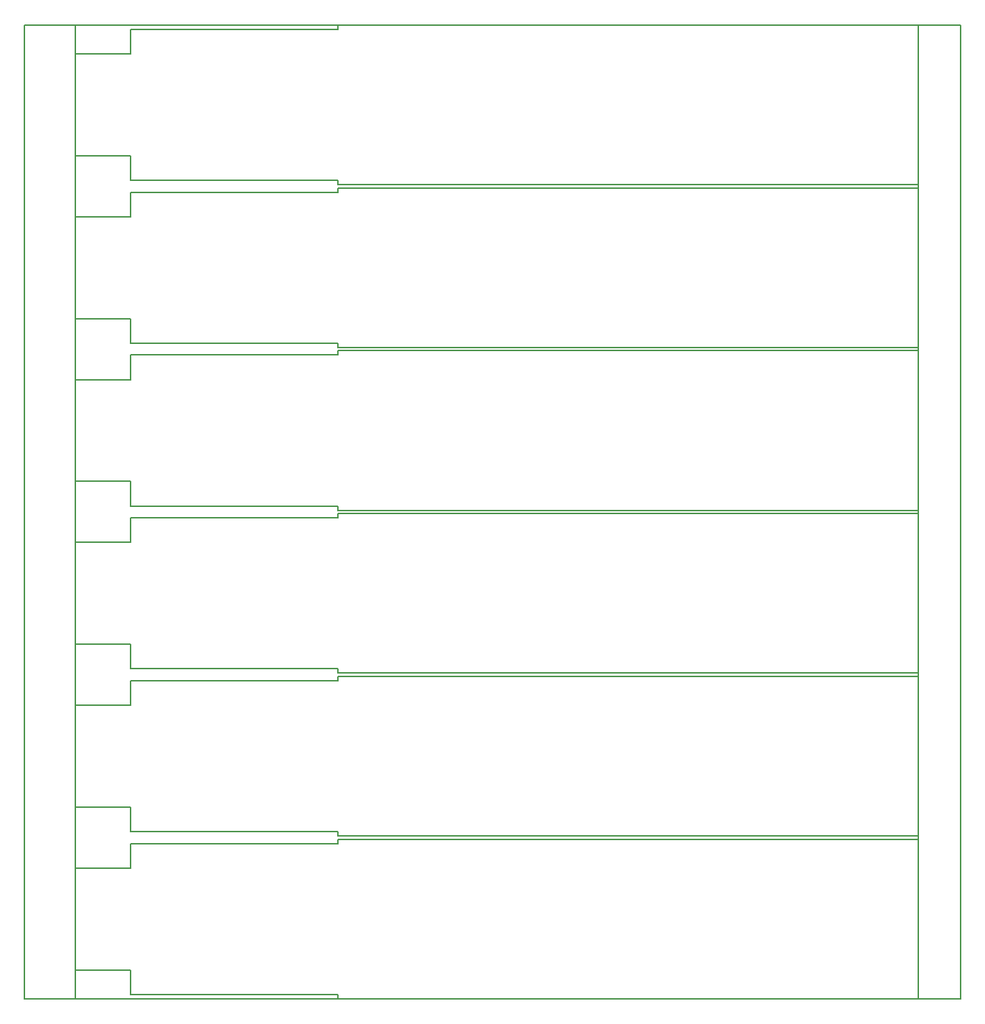
<source format=gko>
%FSLAX44Y44*%
%MOMM*%
G71*
G01*
G75*
G04 Layer_Color=16711935*
%ADD10R,3.0000X0.5000*%
%ADD11R,2.5000X2.0000*%
%ADD12R,3.5000X2.0000*%
%ADD13R,0.9000X1.0000*%
%ADD14R,1.7000X0.3500*%
%ADD15R,2.2000X0.6000*%
%ADD16R,0.3500X2.1500*%
%ADD17R,0.3500X2.1500*%
%ADD18R,1.0000X2.0000*%
%ADD19R,1.3000X0.6000*%
%ADD20C,1.5000*%
%ADD21R,1.0000X0.9000*%
%ADD22R,1.0000X1.5000*%
%ADD23R,1.5000X1.0000*%
%ADD24R,0.9000X1.5000*%
%ADD25R,2.6000X2.8000*%
%ADD26R,1.0000X0.8000*%
%ADD27R,0.6000X1.3000*%
%ADD28C,0.3000*%
%ADD29C,0.4000*%
%ADD30C,0.5000*%
%ADD31C,0.2500*%
%ADD32C,0.3500*%
%ADD33C,1.0000*%
%ADD34C,0.6000*%
%ADD35C,2.4000*%
%ADD36R,2.0000X2.0000*%
%ADD37C,0.9000*%
%ADD38O,1.1000X1.3000*%
%ADD39O,1.3000X1.1000*%
%ADD40O,2.2000X1.6000*%
%ADD41R,2.2000X2.0000*%
%ADD42C,0.8000*%
%ADD43C,0.7000*%
%ADD44R,0.4500X0.3000*%
%ADD45R,0.3000X0.4500*%
%ADD46R,2.0000X0.3500*%
%ADD47R,0.8000X0.8000*%
%ADD48R,1.2000X1.6000*%
%ADD49R,2.0000X1.2000*%
%ADD50R,0.6000X1.6000*%
%ADD51R,0.7000X2.0000*%
G04:AMPARAMS|DCode=52|XSize=2mm|YSize=3.4mm|CornerRadius=0mm|HoleSize=0mm|Usage=FLASHONLY|Rotation=0.000|XOffset=0mm|YOffset=0mm|HoleType=Round|Shape=Octagon|*
%AMOCTAGOND52*
4,1,8,-0.5000,1.7000,0.5000,1.7000,1.0000,1.2000,1.0000,-1.2000,0.5000,-1.7000,-0.5000,-1.7000,-1.0000,-1.2000,-1.0000,1.2000,-0.5000,1.7000,0.0*
%
%ADD52OCTAGOND52*%

%ADD53C,0.3400*%
%ADD54C,0.2000*%
%ADD55C,0.1000*%
%ADD56C,0.1500*%
%ADD57C,0.2540*%
%ADD58C,1.9000*%
%ADD59C,2.5000*%
%ADD60C,2.6032*%
%ADD61R,2.2032X2.2032*%
D54*
X1075000Y960000D02*
Y1148000D01*
X390000Y960000D02*
X1075000D01*
X390000D02*
Y965000D01*
X145000D02*
X390000D01*
X145000D02*
Y994000D01*
X80000D02*
X145000D01*
X80000D02*
Y1114000D01*
X145000D01*
Y1143000D01*
X390000D01*
Y1148000D01*
X1075000D01*
X390000Y951000D02*
Y956000D01*
X145000Y951000D02*
X390000D01*
X145000Y922000D02*
Y951000D01*
X80000Y922000D02*
X145000D01*
X80000Y802000D02*
Y922000D01*
Y802000D02*
X145000D01*
Y773000D02*
Y802000D01*
Y773000D02*
X390000D01*
Y768000D02*
Y773000D01*
Y768000D02*
X1075000D01*
Y956000D01*
X390000D02*
X1075000D01*
X390000Y764000D02*
X1075000D01*
X390000Y759000D02*
Y764000D01*
X145000Y759000D02*
X390000D01*
X145000Y730000D02*
Y759000D01*
X80000Y730000D02*
X145000D01*
X80000Y610000D02*
Y730000D01*
Y610000D02*
X145000D01*
Y581000D02*
Y610000D01*
Y581000D02*
X390000D01*
Y576000D02*
Y581000D01*
X1075000Y576000D02*
Y764000D01*
X390000Y576000D02*
X1075000D01*
X390000Y572000D02*
X1075000D01*
X390000Y567000D02*
Y572000D01*
X145000Y567000D02*
X390000D01*
X145000Y538000D02*
Y567000D01*
X80000Y538000D02*
X145000D01*
X80000Y418000D02*
Y538000D01*
Y418000D02*
X145000D01*
Y389000D02*
Y418000D01*
Y389000D02*
X390000D01*
Y384000D02*
Y389000D01*
Y384000D02*
X1075000D01*
Y572000D01*
X390000Y380000D02*
X1075000D01*
X390000Y375000D02*
Y380000D01*
X145000Y375000D02*
X390000D01*
X145000Y346000D02*
Y375000D01*
X80000Y346000D02*
X145000D01*
X80000Y226000D02*
Y346000D01*
Y226000D02*
X145000D01*
Y197000D02*
Y226000D01*
Y197000D02*
X390000D01*
Y192000D02*
Y197000D01*
Y192000D02*
X1075000D01*
Y380000D01*
X390000Y188000D02*
X1075000D01*
X390000Y183000D02*
Y188000D01*
X145000Y183000D02*
X390000D01*
X145000Y154000D02*
Y183000D01*
X80000Y154000D02*
X145000D01*
X80000Y34000D02*
Y154000D01*
Y34000D02*
X145000D01*
Y5000D02*
Y34000D01*
Y5000D02*
X390000D01*
Y0D02*
Y5000D01*
Y0D02*
X1075000D01*
Y188000D01*
Y0D02*
Y1148000D01*
Y0D02*
X1125000D01*
Y1148000D01*
X20000D02*
X1125000D01*
X20000Y0D02*
Y1148000D01*
Y0D02*
X1125000D01*
X80000D02*
Y1148000D01*
D55*
X80000Y34000D02*
Y154000D01*
X145000D01*
Y183000D01*
X390000D01*
Y188000D01*
X1075000D01*
Y0D02*
Y188000D01*
X390000Y0D02*
X1075000D01*
X390000D02*
Y5000D01*
X145000D02*
X390000D01*
X145000D02*
Y34000D01*
X80000D02*
X145000D01*
X80000Y226000D02*
Y346000D01*
X145000D01*
Y375000D01*
X390000D01*
Y380000D01*
X1075000D01*
Y192000D02*
Y380000D01*
X390000Y192000D02*
X1075000D01*
X390000D02*
Y197000D01*
X145000D02*
X390000D01*
X145000D02*
Y226000D01*
X80000D02*
X145000D01*
X80000Y418000D02*
Y538000D01*
X145000D01*
Y567000D01*
X390000D01*
Y572000D01*
X1075000D01*
Y384000D02*
Y572000D01*
X390000Y384000D02*
X1075000D01*
X390000D02*
Y389000D01*
X145000D02*
X390000D01*
X145000D02*
Y418000D01*
X80000D02*
X145000D01*
X80000Y610000D02*
Y730000D01*
X145000D01*
Y759000D01*
X390000D01*
Y764000D01*
X1075000D01*
Y576000D02*
Y764000D01*
X390000Y576000D02*
X1075000D01*
X390000D02*
Y581000D01*
X145000D02*
X390000D01*
X145000D02*
Y610000D01*
X80000D02*
X145000D01*
X80000Y802000D02*
Y922000D01*
X145000D01*
Y951000D01*
X390000D01*
Y956000D01*
X1075000D01*
Y768000D02*
Y956000D01*
X390000Y768000D02*
X1075000D01*
X390000D02*
Y773000D01*
X145000D02*
X390000D01*
X145000D02*
Y802000D01*
X80000D02*
X145000D01*
X80000Y994000D02*
Y1114000D01*
X145000D01*
Y1143000D01*
X390000D01*
Y1148000D01*
X1075000D01*
Y960000D02*
Y1148000D01*
X390000Y960000D02*
X1075000D01*
X390000D02*
Y965000D01*
X145000D02*
X390000D01*
X145000D02*
Y994000D01*
X80000D02*
X145000D01*
M02*

</source>
